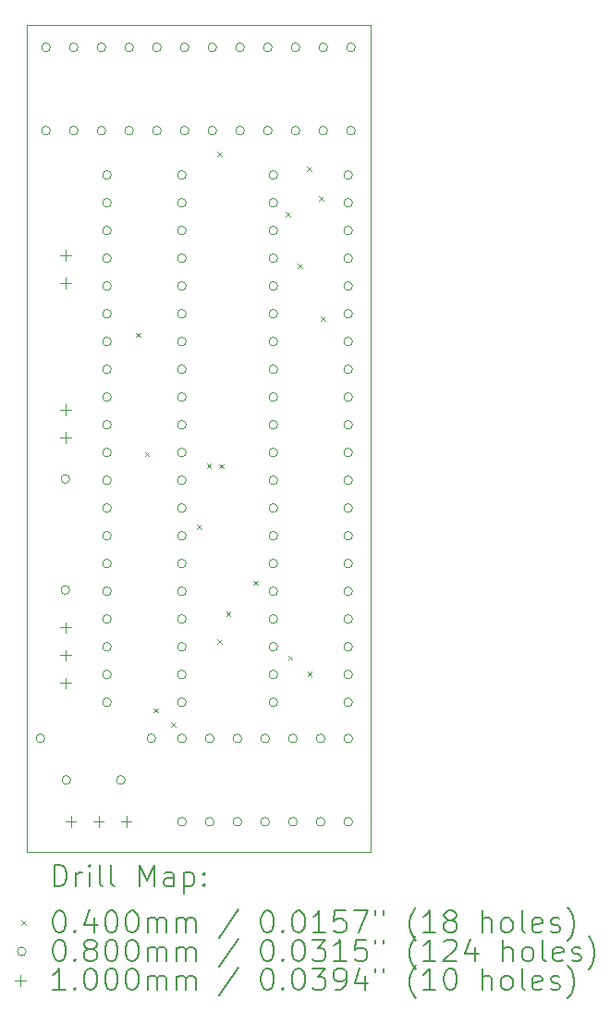
<source format=gbr>
%TF.GenerationSoftware,KiCad,Pcbnew,(6.0.11)*%
%TF.CreationDate,2024-06-07T20:39:24+02:00*%
%TF.ProjectId,z80-dot-gal,7a38302d-646f-4742-9d67-616c2e6b6963,rev?*%
%TF.SameCoordinates,Original*%
%TF.FileFunction,Drillmap*%
%TF.FilePolarity,Positive*%
%FSLAX45Y45*%
G04 Gerber Fmt 4.5, Leading zero omitted, Abs format (unit mm)*
G04 Created by KiCad (PCBNEW (6.0.11)) date 2024-06-07 20:39:24*
%MOMM*%
%LPD*%
G01*
G04 APERTURE LIST*
%ADD10C,0.100000*%
%ADD11C,0.200000*%
%ADD12C,0.040000*%
%ADD13C,0.080000*%
G04 APERTURE END LIST*
D10*
X11328400Y-13639800D02*
X14478000Y-13639800D01*
X11328400Y-6070600D02*
X14478000Y-6070600D01*
X14478000Y-13639800D02*
X14478000Y-6070600D01*
X11328400Y-6070600D02*
X11328400Y-13639800D01*
D11*
D12*
X12328610Y-8885110D02*
X12368610Y-8925110D01*
X12368610Y-8885110D02*
X12328610Y-8925110D01*
X12410680Y-9976850D02*
X12450680Y-10016850D01*
X12450680Y-9976850D02*
X12410680Y-10016850D01*
X12493020Y-12321620D02*
X12533020Y-12361620D01*
X12533020Y-12321620D02*
X12493020Y-12361620D01*
X12655340Y-12455340D02*
X12695340Y-12495340D01*
X12695340Y-12455340D02*
X12655340Y-12495340D01*
X12890900Y-10641880D02*
X12930900Y-10681880D01*
X12930900Y-10641880D02*
X12890900Y-10681880D01*
X12978160Y-10081380D02*
X13018160Y-10121380D01*
X13018160Y-10081380D02*
X12978160Y-10121380D01*
X13076890Y-7228840D02*
X13116890Y-7268840D01*
X13116890Y-7228840D02*
X13076890Y-7268840D01*
X13079090Y-11691660D02*
X13119090Y-11731660D01*
X13119090Y-11691660D02*
X13079090Y-11731660D01*
X13092920Y-10087660D02*
X13132920Y-10127660D01*
X13132920Y-10087660D02*
X13092920Y-10127660D01*
X13155400Y-11440190D02*
X13195400Y-11480190D01*
X13195400Y-11440190D02*
X13155400Y-11480190D01*
X13403190Y-11154170D02*
X13443190Y-11194170D01*
X13443190Y-11154170D02*
X13403190Y-11194170D01*
X13703980Y-7782130D02*
X13743980Y-7822130D01*
X13743980Y-7782130D02*
X13703980Y-7822130D01*
X13724040Y-11839920D02*
X13764040Y-11879920D01*
X13764040Y-11839920D02*
X13724040Y-11879920D01*
X13809830Y-8257010D02*
X13849830Y-8297010D01*
X13849830Y-8257010D02*
X13809830Y-8297010D01*
X13895170Y-7362600D02*
X13935170Y-7402600D01*
X13935170Y-7362600D02*
X13895170Y-7402600D01*
X13900510Y-11987560D02*
X13940510Y-12027560D01*
X13940510Y-11987560D02*
X13900510Y-12027560D01*
X14004690Y-7637720D02*
X14044690Y-7677720D01*
X14044690Y-7637720D02*
X14004690Y-7677720D01*
X14021510Y-8736790D02*
X14061510Y-8776790D01*
X14061510Y-8736790D02*
X14021510Y-8776790D01*
D13*
X11495400Y-12598400D02*
G75*
G03*
X11495400Y-12598400I-40000J0D01*
G01*
X11546200Y-6273800D02*
G75*
G03*
X11546200Y-6273800I-40000J0D01*
G01*
X11546200Y-7035800D02*
G75*
G03*
X11546200Y-7035800I-40000J0D01*
G01*
X11724000Y-10223500D02*
G75*
G03*
X11724000Y-10223500I-40000J0D01*
G01*
X11724000Y-11239500D02*
G75*
G03*
X11724000Y-11239500I-40000J0D01*
G01*
X11732000Y-12979400D02*
G75*
G03*
X11732000Y-12979400I-40000J0D01*
G01*
X11800200Y-6273800D02*
G75*
G03*
X11800200Y-6273800I-40000J0D01*
G01*
X11800200Y-7035800D02*
G75*
G03*
X11800200Y-7035800I-40000J0D01*
G01*
X12054200Y-6273800D02*
G75*
G03*
X12054200Y-6273800I-40000J0D01*
G01*
X12054200Y-7035800D02*
G75*
G03*
X12054200Y-7035800I-40000J0D01*
G01*
X12104500Y-7442200D02*
G75*
G03*
X12104500Y-7442200I-40000J0D01*
G01*
X12104500Y-7696200D02*
G75*
G03*
X12104500Y-7696200I-40000J0D01*
G01*
X12104500Y-7950200D02*
G75*
G03*
X12104500Y-7950200I-40000J0D01*
G01*
X12104500Y-8204200D02*
G75*
G03*
X12104500Y-8204200I-40000J0D01*
G01*
X12104500Y-8458200D02*
G75*
G03*
X12104500Y-8458200I-40000J0D01*
G01*
X12104500Y-8712200D02*
G75*
G03*
X12104500Y-8712200I-40000J0D01*
G01*
X12104500Y-8966200D02*
G75*
G03*
X12104500Y-8966200I-40000J0D01*
G01*
X12104500Y-9220200D02*
G75*
G03*
X12104500Y-9220200I-40000J0D01*
G01*
X12104500Y-9474200D02*
G75*
G03*
X12104500Y-9474200I-40000J0D01*
G01*
X12104500Y-9728200D02*
G75*
G03*
X12104500Y-9728200I-40000J0D01*
G01*
X12104500Y-9982200D02*
G75*
G03*
X12104500Y-9982200I-40000J0D01*
G01*
X12104500Y-10236200D02*
G75*
G03*
X12104500Y-10236200I-40000J0D01*
G01*
X12104500Y-10490200D02*
G75*
G03*
X12104500Y-10490200I-40000J0D01*
G01*
X12104500Y-10744200D02*
G75*
G03*
X12104500Y-10744200I-40000J0D01*
G01*
X12104500Y-10998200D02*
G75*
G03*
X12104500Y-10998200I-40000J0D01*
G01*
X12104500Y-11252200D02*
G75*
G03*
X12104500Y-11252200I-40000J0D01*
G01*
X12104500Y-11506200D02*
G75*
G03*
X12104500Y-11506200I-40000J0D01*
G01*
X12104500Y-11760200D02*
G75*
G03*
X12104500Y-11760200I-40000J0D01*
G01*
X12104500Y-12014200D02*
G75*
G03*
X12104500Y-12014200I-40000J0D01*
G01*
X12104500Y-12268200D02*
G75*
G03*
X12104500Y-12268200I-40000J0D01*
G01*
X12232000Y-12979400D02*
G75*
G03*
X12232000Y-12979400I-40000J0D01*
G01*
X12308200Y-6273800D02*
G75*
G03*
X12308200Y-6273800I-40000J0D01*
G01*
X12308200Y-7035800D02*
G75*
G03*
X12308200Y-7035800I-40000J0D01*
G01*
X12511400Y-12598400D02*
G75*
G03*
X12511400Y-12598400I-40000J0D01*
G01*
X12562200Y-6273800D02*
G75*
G03*
X12562200Y-6273800I-40000J0D01*
G01*
X12562200Y-7035800D02*
G75*
G03*
X12562200Y-7035800I-40000J0D01*
G01*
X12790800Y-7442200D02*
G75*
G03*
X12790800Y-7442200I-40000J0D01*
G01*
X12790800Y-7696200D02*
G75*
G03*
X12790800Y-7696200I-40000J0D01*
G01*
X12790800Y-7950200D02*
G75*
G03*
X12790800Y-7950200I-40000J0D01*
G01*
X12790800Y-8204200D02*
G75*
G03*
X12790800Y-8204200I-40000J0D01*
G01*
X12790800Y-8458200D02*
G75*
G03*
X12790800Y-8458200I-40000J0D01*
G01*
X12790800Y-8712200D02*
G75*
G03*
X12790800Y-8712200I-40000J0D01*
G01*
X12790800Y-8966200D02*
G75*
G03*
X12790800Y-8966200I-40000J0D01*
G01*
X12790800Y-9220200D02*
G75*
G03*
X12790800Y-9220200I-40000J0D01*
G01*
X12790800Y-9474200D02*
G75*
G03*
X12790800Y-9474200I-40000J0D01*
G01*
X12790800Y-9728200D02*
G75*
G03*
X12790800Y-9728200I-40000J0D01*
G01*
X12790800Y-9982200D02*
G75*
G03*
X12790800Y-9982200I-40000J0D01*
G01*
X12790800Y-10236200D02*
G75*
G03*
X12790800Y-10236200I-40000J0D01*
G01*
X12790800Y-10490200D02*
G75*
G03*
X12790800Y-10490200I-40000J0D01*
G01*
X12790800Y-10744200D02*
G75*
G03*
X12790800Y-10744200I-40000J0D01*
G01*
X12790800Y-10998200D02*
G75*
G03*
X12790800Y-10998200I-40000J0D01*
G01*
X12790800Y-11252200D02*
G75*
G03*
X12790800Y-11252200I-40000J0D01*
G01*
X12790800Y-11506200D02*
G75*
G03*
X12790800Y-11506200I-40000J0D01*
G01*
X12790800Y-11760200D02*
G75*
G03*
X12790800Y-11760200I-40000J0D01*
G01*
X12790800Y-12014200D02*
G75*
G03*
X12790800Y-12014200I-40000J0D01*
G01*
X12790800Y-12268200D02*
G75*
G03*
X12790800Y-12268200I-40000J0D01*
G01*
X12791300Y-12599400D02*
G75*
G03*
X12791300Y-12599400I-40000J0D01*
G01*
X12791300Y-13361400D02*
G75*
G03*
X12791300Y-13361400I-40000J0D01*
G01*
X12816200Y-6273800D02*
G75*
G03*
X12816200Y-6273800I-40000J0D01*
G01*
X12816200Y-7035800D02*
G75*
G03*
X12816200Y-7035800I-40000J0D01*
G01*
X13045300Y-12599400D02*
G75*
G03*
X13045300Y-12599400I-40000J0D01*
G01*
X13045300Y-13361400D02*
G75*
G03*
X13045300Y-13361400I-40000J0D01*
G01*
X13070200Y-6273800D02*
G75*
G03*
X13070200Y-6273800I-40000J0D01*
G01*
X13070200Y-7035800D02*
G75*
G03*
X13070200Y-7035800I-40000J0D01*
G01*
X13299300Y-12599400D02*
G75*
G03*
X13299300Y-12599400I-40000J0D01*
G01*
X13299300Y-13361400D02*
G75*
G03*
X13299300Y-13361400I-40000J0D01*
G01*
X13324200Y-6273800D02*
G75*
G03*
X13324200Y-6273800I-40000J0D01*
G01*
X13324200Y-7035800D02*
G75*
G03*
X13324200Y-7035800I-40000J0D01*
G01*
X13553300Y-12599400D02*
G75*
G03*
X13553300Y-12599400I-40000J0D01*
G01*
X13553300Y-13361400D02*
G75*
G03*
X13553300Y-13361400I-40000J0D01*
G01*
X13578200Y-6273800D02*
G75*
G03*
X13578200Y-6273800I-40000J0D01*
G01*
X13578200Y-7035800D02*
G75*
G03*
X13578200Y-7035800I-40000J0D01*
G01*
X13628500Y-7442200D02*
G75*
G03*
X13628500Y-7442200I-40000J0D01*
G01*
X13628500Y-7696200D02*
G75*
G03*
X13628500Y-7696200I-40000J0D01*
G01*
X13628500Y-7950200D02*
G75*
G03*
X13628500Y-7950200I-40000J0D01*
G01*
X13628500Y-8204200D02*
G75*
G03*
X13628500Y-8204200I-40000J0D01*
G01*
X13628500Y-8458200D02*
G75*
G03*
X13628500Y-8458200I-40000J0D01*
G01*
X13628500Y-8712200D02*
G75*
G03*
X13628500Y-8712200I-40000J0D01*
G01*
X13628500Y-8966200D02*
G75*
G03*
X13628500Y-8966200I-40000J0D01*
G01*
X13628500Y-9220200D02*
G75*
G03*
X13628500Y-9220200I-40000J0D01*
G01*
X13628500Y-9474200D02*
G75*
G03*
X13628500Y-9474200I-40000J0D01*
G01*
X13628500Y-9728200D02*
G75*
G03*
X13628500Y-9728200I-40000J0D01*
G01*
X13628500Y-9982200D02*
G75*
G03*
X13628500Y-9982200I-40000J0D01*
G01*
X13628500Y-10236200D02*
G75*
G03*
X13628500Y-10236200I-40000J0D01*
G01*
X13628500Y-10490200D02*
G75*
G03*
X13628500Y-10490200I-40000J0D01*
G01*
X13628500Y-10744200D02*
G75*
G03*
X13628500Y-10744200I-40000J0D01*
G01*
X13628500Y-10998200D02*
G75*
G03*
X13628500Y-10998200I-40000J0D01*
G01*
X13628500Y-11252200D02*
G75*
G03*
X13628500Y-11252200I-40000J0D01*
G01*
X13628500Y-11506200D02*
G75*
G03*
X13628500Y-11506200I-40000J0D01*
G01*
X13628500Y-11760200D02*
G75*
G03*
X13628500Y-11760200I-40000J0D01*
G01*
X13628500Y-12014200D02*
G75*
G03*
X13628500Y-12014200I-40000J0D01*
G01*
X13628500Y-12268200D02*
G75*
G03*
X13628500Y-12268200I-40000J0D01*
G01*
X13807300Y-12599400D02*
G75*
G03*
X13807300Y-12599400I-40000J0D01*
G01*
X13807300Y-13361400D02*
G75*
G03*
X13807300Y-13361400I-40000J0D01*
G01*
X13832200Y-6273800D02*
G75*
G03*
X13832200Y-6273800I-40000J0D01*
G01*
X13832200Y-7035800D02*
G75*
G03*
X13832200Y-7035800I-40000J0D01*
G01*
X14061300Y-12599400D02*
G75*
G03*
X14061300Y-12599400I-40000J0D01*
G01*
X14061300Y-13361400D02*
G75*
G03*
X14061300Y-13361400I-40000J0D01*
G01*
X14086200Y-6273800D02*
G75*
G03*
X14086200Y-6273800I-40000J0D01*
G01*
X14086200Y-7035800D02*
G75*
G03*
X14086200Y-7035800I-40000J0D01*
G01*
X14314800Y-7442200D02*
G75*
G03*
X14314800Y-7442200I-40000J0D01*
G01*
X14314800Y-7696200D02*
G75*
G03*
X14314800Y-7696200I-40000J0D01*
G01*
X14314800Y-7950200D02*
G75*
G03*
X14314800Y-7950200I-40000J0D01*
G01*
X14314800Y-8204200D02*
G75*
G03*
X14314800Y-8204200I-40000J0D01*
G01*
X14314800Y-8458200D02*
G75*
G03*
X14314800Y-8458200I-40000J0D01*
G01*
X14314800Y-8712200D02*
G75*
G03*
X14314800Y-8712200I-40000J0D01*
G01*
X14314800Y-8966200D02*
G75*
G03*
X14314800Y-8966200I-40000J0D01*
G01*
X14314800Y-9220200D02*
G75*
G03*
X14314800Y-9220200I-40000J0D01*
G01*
X14314800Y-9474200D02*
G75*
G03*
X14314800Y-9474200I-40000J0D01*
G01*
X14314800Y-9728200D02*
G75*
G03*
X14314800Y-9728200I-40000J0D01*
G01*
X14314800Y-9982200D02*
G75*
G03*
X14314800Y-9982200I-40000J0D01*
G01*
X14314800Y-10236200D02*
G75*
G03*
X14314800Y-10236200I-40000J0D01*
G01*
X14314800Y-10490200D02*
G75*
G03*
X14314800Y-10490200I-40000J0D01*
G01*
X14314800Y-10744200D02*
G75*
G03*
X14314800Y-10744200I-40000J0D01*
G01*
X14314800Y-10998200D02*
G75*
G03*
X14314800Y-10998200I-40000J0D01*
G01*
X14314800Y-11252200D02*
G75*
G03*
X14314800Y-11252200I-40000J0D01*
G01*
X14314800Y-11506200D02*
G75*
G03*
X14314800Y-11506200I-40000J0D01*
G01*
X14314800Y-11760200D02*
G75*
G03*
X14314800Y-11760200I-40000J0D01*
G01*
X14314800Y-12014200D02*
G75*
G03*
X14314800Y-12014200I-40000J0D01*
G01*
X14314800Y-12268200D02*
G75*
G03*
X14314800Y-12268200I-40000J0D01*
G01*
X14315300Y-12599400D02*
G75*
G03*
X14315300Y-12599400I-40000J0D01*
G01*
X14315300Y-13361400D02*
G75*
G03*
X14315300Y-13361400I-40000J0D01*
G01*
X14340200Y-6273800D02*
G75*
G03*
X14340200Y-6273800I-40000J0D01*
G01*
X14340200Y-7035800D02*
G75*
G03*
X14340200Y-7035800I-40000J0D01*
G01*
D10*
X11684000Y-8128800D02*
X11684000Y-8228800D01*
X11634000Y-8178800D02*
X11734000Y-8178800D01*
X11684000Y-8382800D02*
X11684000Y-8482800D01*
X11634000Y-8432800D02*
X11734000Y-8432800D01*
X11684000Y-9538500D02*
X11684000Y-9638500D01*
X11634000Y-9588500D02*
X11734000Y-9588500D01*
X11684000Y-9792500D02*
X11684000Y-9892500D01*
X11634000Y-9842500D02*
X11734000Y-9842500D01*
X11684000Y-11533900D02*
X11684000Y-11633900D01*
X11634000Y-11583900D02*
X11734000Y-11583900D01*
X11684000Y-11787900D02*
X11684000Y-11887900D01*
X11634000Y-11837900D02*
X11734000Y-11837900D01*
X11684000Y-12041900D02*
X11684000Y-12141900D01*
X11634000Y-12091900D02*
X11734000Y-12091900D01*
X11733300Y-13310400D02*
X11733300Y-13410400D01*
X11683300Y-13360400D02*
X11783300Y-13360400D01*
X11987300Y-13310400D02*
X11987300Y-13410400D01*
X11937300Y-13360400D02*
X12037300Y-13360400D01*
X12241300Y-13310400D02*
X12241300Y-13410400D01*
X12191300Y-13360400D02*
X12291300Y-13360400D01*
D11*
X11581019Y-13955276D02*
X11581019Y-13755276D01*
X11628638Y-13755276D01*
X11657209Y-13764800D01*
X11676257Y-13783848D01*
X11685781Y-13802895D01*
X11695305Y-13840990D01*
X11695305Y-13869562D01*
X11685781Y-13907657D01*
X11676257Y-13926705D01*
X11657209Y-13945752D01*
X11628638Y-13955276D01*
X11581019Y-13955276D01*
X11781019Y-13955276D02*
X11781019Y-13821943D01*
X11781019Y-13860038D02*
X11790543Y-13840990D01*
X11800067Y-13831467D01*
X11819114Y-13821943D01*
X11838162Y-13821943D01*
X11904828Y-13955276D02*
X11904828Y-13821943D01*
X11904828Y-13755276D02*
X11895305Y-13764800D01*
X11904828Y-13774324D01*
X11914352Y-13764800D01*
X11904828Y-13755276D01*
X11904828Y-13774324D01*
X12028638Y-13955276D02*
X12009590Y-13945752D01*
X12000067Y-13926705D01*
X12000067Y-13755276D01*
X12133400Y-13955276D02*
X12114352Y-13945752D01*
X12104828Y-13926705D01*
X12104828Y-13755276D01*
X12361971Y-13955276D02*
X12361971Y-13755276D01*
X12428638Y-13898133D01*
X12495305Y-13755276D01*
X12495305Y-13955276D01*
X12676257Y-13955276D02*
X12676257Y-13850514D01*
X12666733Y-13831467D01*
X12647686Y-13821943D01*
X12609590Y-13821943D01*
X12590543Y-13831467D01*
X12676257Y-13945752D02*
X12657209Y-13955276D01*
X12609590Y-13955276D01*
X12590543Y-13945752D01*
X12581019Y-13926705D01*
X12581019Y-13907657D01*
X12590543Y-13888609D01*
X12609590Y-13879086D01*
X12657209Y-13879086D01*
X12676257Y-13869562D01*
X12771495Y-13821943D02*
X12771495Y-14021943D01*
X12771495Y-13831467D02*
X12790543Y-13821943D01*
X12828638Y-13821943D01*
X12847686Y-13831467D01*
X12857209Y-13840990D01*
X12866733Y-13860038D01*
X12866733Y-13917181D01*
X12857209Y-13936228D01*
X12847686Y-13945752D01*
X12828638Y-13955276D01*
X12790543Y-13955276D01*
X12771495Y-13945752D01*
X12952448Y-13936228D02*
X12961971Y-13945752D01*
X12952448Y-13955276D01*
X12942924Y-13945752D01*
X12952448Y-13936228D01*
X12952448Y-13955276D01*
X12952448Y-13831467D02*
X12961971Y-13840990D01*
X12952448Y-13850514D01*
X12942924Y-13840990D01*
X12952448Y-13831467D01*
X12952448Y-13850514D01*
D12*
X11283400Y-14264800D02*
X11323400Y-14304800D01*
X11323400Y-14264800D02*
X11283400Y-14304800D01*
D11*
X11619114Y-14175276D02*
X11638162Y-14175276D01*
X11657209Y-14184800D01*
X11666733Y-14194324D01*
X11676257Y-14213371D01*
X11685781Y-14251467D01*
X11685781Y-14299086D01*
X11676257Y-14337181D01*
X11666733Y-14356228D01*
X11657209Y-14365752D01*
X11638162Y-14375276D01*
X11619114Y-14375276D01*
X11600067Y-14365752D01*
X11590543Y-14356228D01*
X11581019Y-14337181D01*
X11571495Y-14299086D01*
X11571495Y-14251467D01*
X11581019Y-14213371D01*
X11590543Y-14194324D01*
X11600067Y-14184800D01*
X11619114Y-14175276D01*
X11771495Y-14356228D02*
X11781019Y-14365752D01*
X11771495Y-14375276D01*
X11761971Y-14365752D01*
X11771495Y-14356228D01*
X11771495Y-14375276D01*
X11952448Y-14241943D02*
X11952448Y-14375276D01*
X11904828Y-14165752D02*
X11857209Y-14308609D01*
X11981019Y-14308609D01*
X12095305Y-14175276D02*
X12114352Y-14175276D01*
X12133400Y-14184800D01*
X12142924Y-14194324D01*
X12152448Y-14213371D01*
X12161971Y-14251467D01*
X12161971Y-14299086D01*
X12152448Y-14337181D01*
X12142924Y-14356228D01*
X12133400Y-14365752D01*
X12114352Y-14375276D01*
X12095305Y-14375276D01*
X12076257Y-14365752D01*
X12066733Y-14356228D01*
X12057209Y-14337181D01*
X12047686Y-14299086D01*
X12047686Y-14251467D01*
X12057209Y-14213371D01*
X12066733Y-14194324D01*
X12076257Y-14184800D01*
X12095305Y-14175276D01*
X12285781Y-14175276D02*
X12304828Y-14175276D01*
X12323876Y-14184800D01*
X12333400Y-14194324D01*
X12342924Y-14213371D01*
X12352448Y-14251467D01*
X12352448Y-14299086D01*
X12342924Y-14337181D01*
X12333400Y-14356228D01*
X12323876Y-14365752D01*
X12304828Y-14375276D01*
X12285781Y-14375276D01*
X12266733Y-14365752D01*
X12257209Y-14356228D01*
X12247686Y-14337181D01*
X12238162Y-14299086D01*
X12238162Y-14251467D01*
X12247686Y-14213371D01*
X12257209Y-14194324D01*
X12266733Y-14184800D01*
X12285781Y-14175276D01*
X12438162Y-14375276D02*
X12438162Y-14241943D01*
X12438162Y-14260990D02*
X12447686Y-14251467D01*
X12466733Y-14241943D01*
X12495305Y-14241943D01*
X12514352Y-14251467D01*
X12523876Y-14270514D01*
X12523876Y-14375276D01*
X12523876Y-14270514D02*
X12533400Y-14251467D01*
X12552448Y-14241943D01*
X12581019Y-14241943D01*
X12600067Y-14251467D01*
X12609590Y-14270514D01*
X12609590Y-14375276D01*
X12704828Y-14375276D02*
X12704828Y-14241943D01*
X12704828Y-14260990D02*
X12714352Y-14251467D01*
X12733400Y-14241943D01*
X12761971Y-14241943D01*
X12781019Y-14251467D01*
X12790543Y-14270514D01*
X12790543Y-14375276D01*
X12790543Y-14270514D02*
X12800067Y-14251467D01*
X12819114Y-14241943D01*
X12847686Y-14241943D01*
X12866733Y-14251467D01*
X12876257Y-14270514D01*
X12876257Y-14375276D01*
X13266733Y-14165752D02*
X13095305Y-14422895D01*
X13523876Y-14175276D02*
X13542924Y-14175276D01*
X13561971Y-14184800D01*
X13571495Y-14194324D01*
X13581019Y-14213371D01*
X13590543Y-14251467D01*
X13590543Y-14299086D01*
X13581019Y-14337181D01*
X13571495Y-14356228D01*
X13561971Y-14365752D01*
X13542924Y-14375276D01*
X13523876Y-14375276D01*
X13504828Y-14365752D01*
X13495305Y-14356228D01*
X13485781Y-14337181D01*
X13476257Y-14299086D01*
X13476257Y-14251467D01*
X13485781Y-14213371D01*
X13495305Y-14194324D01*
X13504828Y-14184800D01*
X13523876Y-14175276D01*
X13676257Y-14356228D02*
X13685781Y-14365752D01*
X13676257Y-14375276D01*
X13666733Y-14365752D01*
X13676257Y-14356228D01*
X13676257Y-14375276D01*
X13809590Y-14175276D02*
X13828638Y-14175276D01*
X13847686Y-14184800D01*
X13857209Y-14194324D01*
X13866733Y-14213371D01*
X13876257Y-14251467D01*
X13876257Y-14299086D01*
X13866733Y-14337181D01*
X13857209Y-14356228D01*
X13847686Y-14365752D01*
X13828638Y-14375276D01*
X13809590Y-14375276D01*
X13790543Y-14365752D01*
X13781019Y-14356228D01*
X13771495Y-14337181D01*
X13761971Y-14299086D01*
X13761971Y-14251467D01*
X13771495Y-14213371D01*
X13781019Y-14194324D01*
X13790543Y-14184800D01*
X13809590Y-14175276D01*
X14066733Y-14375276D02*
X13952448Y-14375276D01*
X14009590Y-14375276D02*
X14009590Y-14175276D01*
X13990543Y-14203848D01*
X13971495Y-14222895D01*
X13952448Y-14232419D01*
X14247686Y-14175276D02*
X14152448Y-14175276D01*
X14142924Y-14270514D01*
X14152448Y-14260990D01*
X14171495Y-14251467D01*
X14219114Y-14251467D01*
X14238162Y-14260990D01*
X14247686Y-14270514D01*
X14257209Y-14289562D01*
X14257209Y-14337181D01*
X14247686Y-14356228D01*
X14238162Y-14365752D01*
X14219114Y-14375276D01*
X14171495Y-14375276D01*
X14152448Y-14365752D01*
X14142924Y-14356228D01*
X14323876Y-14175276D02*
X14457209Y-14175276D01*
X14371495Y-14375276D01*
X14523876Y-14175276D02*
X14523876Y-14213371D01*
X14600067Y-14175276D02*
X14600067Y-14213371D01*
X14895305Y-14451467D02*
X14885781Y-14441943D01*
X14866733Y-14413371D01*
X14857209Y-14394324D01*
X14847686Y-14365752D01*
X14838162Y-14318133D01*
X14838162Y-14280038D01*
X14847686Y-14232419D01*
X14857209Y-14203848D01*
X14866733Y-14184800D01*
X14885781Y-14156228D01*
X14895305Y-14146705D01*
X15076257Y-14375276D02*
X14961971Y-14375276D01*
X15019114Y-14375276D02*
X15019114Y-14175276D01*
X15000067Y-14203848D01*
X14981019Y-14222895D01*
X14961971Y-14232419D01*
X15190543Y-14260990D02*
X15171495Y-14251467D01*
X15161971Y-14241943D01*
X15152448Y-14222895D01*
X15152448Y-14213371D01*
X15161971Y-14194324D01*
X15171495Y-14184800D01*
X15190543Y-14175276D01*
X15228638Y-14175276D01*
X15247686Y-14184800D01*
X15257209Y-14194324D01*
X15266733Y-14213371D01*
X15266733Y-14222895D01*
X15257209Y-14241943D01*
X15247686Y-14251467D01*
X15228638Y-14260990D01*
X15190543Y-14260990D01*
X15171495Y-14270514D01*
X15161971Y-14280038D01*
X15152448Y-14299086D01*
X15152448Y-14337181D01*
X15161971Y-14356228D01*
X15171495Y-14365752D01*
X15190543Y-14375276D01*
X15228638Y-14375276D01*
X15247686Y-14365752D01*
X15257209Y-14356228D01*
X15266733Y-14337181D01*
X15266733Y-14299086D01*
X15257209Y-14280038D01*
X15247686Y-14270514D01*
X15228638Y-14260990D01*
X15504828Y-14375276D02*
X15504828Y-14175276D01*
X15590543Y-14375276D02*
X15590543Y-14270514D01*
X15581019Y-14251467D01*
X15561971Y-14241943D01*
X15533400Y-14241943D01*
X15514352Y-14251467D01*
X15504828Y-14260990D01*
X15714352Y-14375276D02*
X15695305Y-14365752D01*
X15685781Y-14356228D01*
X15676257Y-14337181D01*
X15676257Y-14280038D01*
X15685781Y-14260990D01*
X15695305Y-14251467D01*
X15714352Y-14241943D01*
X15742924Y-14241943D01*
X15761971Y-14251467D01*
X15771495Y-14260990D01*
X15781019Y-14280038D01*
X15781019Y-14337181D01*
X15771495Y-14356228D01*
X15761971Y-14365752D01*
X15742924Y-14375276D01*
X15714352Y-14375276D01*
X15895305Y-14375276D02*
X15876257Y-14365752D01*
X15866733Y-14346705D01*
X15866733Y-14175276D01*
X16047686Y-14365752D02*
X16028638Y-14375276D01*
X15990543Y-14375276D01*
X15971495Y-14365752D01*
X15961971Y-14346705D01*
X15961971Y-14270514D01*
X15971495Y-14251467D01*
X15990543Y-14241943D01*
X16028638Y-14241943D01*
X16047686Y-14251467D01*
X16057209Y-14270514D01*
X16057209Y-14289562D01*
X15961971Y-14308609D01*
X16133400Y-14365752D02*
X16152448Y-14375276D01*
X16190543Y-14375276D01*
X16209590Y-14365752D01*
X16219114Y-14346705D01*
X16219114Y-14337181D01*
X16209590Y-14318133D01*
X16190543Y-14308609D01*
X16161971Y-14308609D01*
X16142924Y-14299086D01*
X16133400Y-14280038D01*
X16133400Y-14270514D01*
X16142924Y-14251467D01*
X16161971Y-14241943D01*
X16190543Y-14241943D01*
X16209590Y-14251467D01*
X16285781Y-14451467D02*
X16295305Y-14441943D01*
X16314352Y-14413371D01*
X16323876Y-14394324D01*
X16333400Y-14365752D01*
X16342924Y-14318133D01*
X16342924Y-14280038D01*
X16333400Y-14232419D01*
X16323876Y-14203848D01*
X16314352Y-14184800D01*
X16295305Y-14156228D01*
X16285781Y-14146705D01*
D13*
X11323400Y-14548800D02*
G75*
G03*
X11323400Y-14548800I-40000J0D01*
G01*
D11*
X11619114Y-14439276D02*
X11638162Y-14439276D01*
X11657209Y-14448800D01*
X11666733Y-14458324D01*
X11676257Y-14477371D01*
X11685781Y-14515467D01*
X11685781Y-14563086D01*
X11676257Y-14601181D01*
X11666733Y-14620228D01*
X11657209Y-14629752D01*
X11638162Y-14639276D01*
X11619114Y-14639276D01*
X11600067Y-14629752D01*
X11590543Y-14620228D01*
X11581019Y-14601181D01*
X11571495Y-14563086D01*
X11571495Y-14515467D01*
X11581019Y-14477371D01*
X11590543Y-14458324D01*
X11600067Y-14448800D01*
X11619114Y-14439276D01*
X11771495Y-14620228D02*
X11781019Y-14629752D01*
X11771495Y-14639276D01*
X11761971Y-14629752D01*
X11771495Y-14620228D01*
X11771495Y-14639276D01*
X11895305Y-14524990D02*
X11876257Y-14515467D01*
X11866733Y-14505943D01*
X11857209Y-14486895D01*
X11857209Y-14477371D01*
X11866733Y-14458324D01*
X11876257Y-14448800D01*
X11895305Y-14439276D01*
X11933400Y-14439276D01*
X11952448Y-14448800D01*
X11961971Y-14458324D01*
X11971495Y-14477371D01*
X11971495Y-14486895D01*
X11961971Y-14505943D01*
X11952448Y-14515467D01*
X11933400Y-14524990D01*
X11895305Y-14524990D01*
X11876257Y-14534514D01*
X11866733Y-14544038D01*
X11857209Y-14563086D01*
X11857209Y-14601181D01*
X11866733Y-14620228D01*
X11876257Y-14629752D01*
X11895305Y-14639276D01*
X11933400Y-14639276D01*
X11952448Y-14629752D01*
X11961971Y-14620228D01*
X11971495Y-14601181D01*
X11971495Y-14563086D01*
X11961971Y-14544038D01*
X11952448Y-14534514D01*
X11933400Y-14524990D01*
X12095305Y-14439276D02*
X12114352Y-14439276D01*
X12133400Y-14448800D01*
X12142924Y-14458324D01*
X12152448Y-14477371D01*
X12161971Y-14515467D01*
X12161971Y-14563086D01*
X12152448Y-14601181D01*
X12142924Y-14620228D01*
X12133400Y-14629752D01*
X12114352Y-14639276D01*
X12095305Y-14639276D01*
X12076257Y-14629752D01*
X12066733Y-14620228D01*
X12057209Y-14601181D01*
X12047686Y-14563086D01*
X12047686Y-14515467D01*
X12057209Y-14477371D01*
X12066733Y-14458324D01*
X12076257Y-14448800D01*
X12095305Y-14439276D01*
X12285781Y-14439276D02*
X12304828Y-14439276D01*
X12323876Y-14448800D01*
X12333400Y-14458324D01*
X12342924Y-14477371D01*
X12352448Y-14515467D01*
X12352448Y-14563086D01*
X12342924Y-14601181D01*
X12333400Y-14620228D01*
X12323876Y-14629752D01*
X12304828Y-14639276D01*
X12285781Y-14639276D01*
X12266733Y-14629752D01*
X12257209Y-14620228D01*
X12247686Y-14601181D01*
X12238162Y-14563086D01*
X12238162Y-14515467D01*
X12247686Y-14477371D01*
X12257209Y-14458324D01*
X12266733Y-14448800D01*
X12285781Y-14439276D01*
X12438162Y-14639276D02*
X12438162Y-14505943D01*
X12438162Y-14524990D02*
X12447686Y-14515467D01*
X12466733Y-14505943D01*
X12495305Y-14505943D01*
X12514352Y-14515467D01*
X12523876Y-14534514D01*
X12523876Y-14639276D01*
X12523876Y-14534514D02*
X12533400Y-14515467D01*
X12552448Y-14505943D01*
X12581019Y-14505943D01*
X12600067Y-14515467D01*
X12609590Y-14534514D01*
X12609590Y-14639276D01*
X12704828Y-14639276D02*
X12704828Y-14505943D01*
X12704828Y-14524990D02*
X12714352Y-14515467D01*
X12733400Y-14505943D01*
X12761971Y-14505943D01*
X12781019Y-14515467D01*
X12790543Y-14534514D01*
X12790543Y-14639276D01*
X12790543Y-14534514D02*
X12800067Y-14515467D01*
X12819114Y-14505943D01*
X12847686Y-14505943D01*
X12866733Y-14515467D01*
X12876257Y-14534514D01*
X12876257Y-14639276D01*
X13266733Y-14429752D02*
X13095305Y-14686895D01*
X13523876Y-14439276D02*
X13542924Y-14439276D01*
X13561971Y-14448800D01*
X13571495Y-14458324D01*
X13581019Y-14477371D01*
X13590543Y-14515467D01*
X13590543Y-14563086D01*
X13581019Y-14601181D01*
X13571495Y-14620228D01*
X13561971Y-14629752D01*
X13542924Y-14639276D01*
X13523876Y-14639276D01*
X13504828Y-14629752D01*
X13495305Y-14620228D01*
X13485781Y-14601181D01*
X13476257Y-14563086D01*
X13476257Y-14515467D01*
X13485781Y-14477371D01*
X13495305Y-14458324D01*
X13504828Y-14448800D01*
X13523876Y-14439276D01*
X13676257Y-14620228D02*
X13685781Y-14629752D01*
X13676257Y-14639276D01*
X13666733Y-14629752D01*
X13676257Y-14620228D01*
X13676257Y-14639276D01*
X13809590Y-14439276D02*
X13828638Y-14439276D01*
X13847686Y-14448800D01*
X13857209Y-14458324D01*
X13866733Y-14477371D01*
X13876257Y-14515467D01*
X13876257Y-14563086D01*
X13866733Y-14601181D01*
X13857209Y-14620228D01*
X13847686Y-14629752D01*
X13828638Y-14639276D01*
X13809590Y-14639276D01*
X13790543Y-14629752D01*
X13781019Y-14620228D01*
X13771495Y-14601181D01*
X13761971Y-14563086D01*
X13761971Y-14515467D01*
X13771495Y-14477371D01*
X13781019Y-14458324D01*
X13790543Y-14448800D01*
X13809590Y-14439276D01*
X13942924Y-14439276D02*
X14066733Y-14439276D01*
X14000067Y-14515467D01*
X14028638Y-14515467D01*
X14047686Y-14524990D01*
X14057209Y-14534514D01*
X14066733Y-14553562D01*
X14066733Y-14601181D01*
X14057209Y-14620228D01*
X14047686Y-14629752D01*
X14028638Y-14639276D01*
X13971495Y-14639276D01*
X13952448Y-14629752D01*
X13942924Y-14620228D01*
X14257209Y-14639276D02*
X14142924Y-14639276D01*
X14200067Y-14639276D02*
X14200067Y-14439276D01*
X14181019Y-14467848D01*
X14161971Y-14486895D01*
X14142924Y-14496419D01*
X14438162Y-14439276D02*
X14342924Y-14439276D01*
X14333400Y-14534514D01*
X14342924Y-14524990D01*
X14361971Y-14515467D01*
X14409590Y-14515467D01*
X14428638Y-14524990D01*
X14438162Y-14534514D01*
X14447686Y-14553562D01*
X14447686Y-14601181D01*
X14438162Y-14620228D01*
X14428638Y-14629752D01*
X14409590Y-14639276D01*
X14361971Y-14639276D01*
X14342924Y-14629752D01*
X14333400Y-14620228D01*
X14523876Y-14439276D02*
X14523876Y-14477371D01*
X14600067Y-14439276D02*
X14600067Y-14477371D01*
X14895305Y-14715467D02*
X14885781Y-14705943D01*
X14866733Y-14677371D01*
X14857209Y-14658324D01*
X14847686Y-14629752D01*
X14838162Y-14582133D01*
X14838162Y-14544038D01*
X14847686Y-14496419D01*
X14857209Y-14467848D01*
X14866733Y-14448800D01*
X14885781Y-14420228D01*
X14895305Y-14410705D01*
X15076257Y-14639276D02*
X14961971Y-14639276D01*
X15019114Y-14639276D02*
X15019114Y-14439276D01*
X15000067Y-14467848D01*
X14981019Y-14486895D01*
X14961971Y-14496419D01*
X15152448Y-14458324D02*
X15161971Y-14448800D01*
X15181019Y-14439276D01*
X15228638Y-14439276D01*
X15247686Y-14448800D01*
X15257209Y-14458324D01*
X15266733Y-14477371D01*
X15266733Y-14496419D01*
X15257209Y-14524990D01*
X15142924Y-14639276D01*
X15266733Y-14639276D01*
X15438162Y-14505943D02*
X15438162Y-14639276D01*
X15390543Y-14429752D02*
X15342924Y-14572609D01*
X15466733Y-14572609D01*
X15695305Y-14639276D02*
X15695305Y-14439276D01*
X15781019Y-14639276D02*
X15781019Y-14534514D01*
X15771495Y-14515467D01*
X15752448Y-14505943D01*
X15723876Y-14505943D01*
X15704828Y-14515467D01*
X15695305Y-14524990D01*
X15904828Y-14639276D02*
X15885781Y-14629752D01*
X15876257Y-14620228D01*
X15866733Y-14601181D01*
X15866733Y-14544038D01*
X15876257Y-14524990D01*
X15885781Y-14515467D01*
X15904828Y-14505943D01*
X15933400Y-14505943D01*
X15952448Y-14515467D01*
X15961971Y-14524990D01*
X15971495Y-14544038D01*
X15971495Y-14601181D01*
X15961971Y-14620228D01*
X15952448Y-14629752D01*
X15933400Y-14639276D01*
X15904828Y-14639276D01*
X16085781Y-14639276D02*
X16066733Y-14629752D01*
X16057209Y-14610705D01*
X16057209Y-14439276D01*
X16238162Y-14629752D02*
X16219114Y-14639276D01*
X16181019Y-14639276D01*
X16161971Y-14629752D01*
X16152448Y-14610705D01*
X16152448Y-14534514D01*
X16161971Y-14515467D01*
X16181019Y-14505943D01*
X16219114Y-14505943D01*
X16238162Y-14515467D01*
X16247686Y-14534514D01*
X16247686Y-14553562D01*
X16152448Y-14572609D01*
X16323876Y-14629752D02*
X16342924Y-14639276D01*
X16381019Y-14639276D01*
X16400067Y-14629752D01*
X16409590Y-14610705D01*
X16409590Y-14601181D01*
X16400067Y-14582133D01*
X16381019Y-14572609D01*
X16352448Y-14572609D01*
X16333400Y-14563086D01*
X16323876Y-14544038D01*
X16323876Y-14534514D01*
X16333400Y-14515467D01*
X16352448Y-14505943D01*
X16381019Y-14505943D01*
X16400067Y-14515467D01*
X16476257Y-14715467D02*
X16485781Y-14705943D01*
X16504828Y-14677371D01*
X16514352Y-14658324D01*
X16523876Y-14629752D01*
X16533400Y-14582133D01*
X16533400Y-14544038D01*
X16523876Y-14496419D01*
X16514352Y-14467848D01*
X16504828Y-14448800D01*
X16485781Y-14420228D01*
X16476257Y-14410705D01*
D10*
X11273400Y-14762800D02*
X11273400Y-14862800D01*
X11223400Y-14812800D02*
X11323400Y-14812800D01*
D11*
X11685781Y-14903276D02*
X11571495Y-14903276D01*
X11628638Y-14903276D02*
X11628638Y-14703276D01*
X11609590Y-14731848D01*
X11590543Y-14750895D01*
X11571495Y-14760419D01*
X11771495Y-14884228D02*
X11781019Y-14893752D01*
X11771495Y-14903276D01*
X11761971Y-14893752D01*
X11771495Y-14884228D01*
X11771495Y-14903276D01*
X11904828Y-14703276D02*
X11923876Y-14703276D01*
X11942924Y-14712800D01*
X11952448Y-14722324D01*
X11961971Y-14741371D01*
X11971495Y-14779467D01*
X11971495Y-14827086D01*
X11961971Y-14865181D01*
X11952448Y-14884228D01*
X11942924Y-14893752D01*
X11923876Y-14903276D01*
X11904828Y-14903276D01*
X11885781Y-14893752D01*
X11876257Y-14884228D01*
X11866733Y-14865181D01*
X11857209Y-14827086D01*
X11857209Y-14779467D01*
X11866733Y-14741371D01*
X11876257Y-14722324D01*
X11885781Y-14712800D01*
X11904828Y-14703276D01*
X12095305Y-14703276D02*
X12114352Y-14703276D01*
X12133400Y-14712800D01*
X12142924Y-14722324D01*
X12152448Y-14741371D01*
X12161971Y-14779467D01*
X12161971Y-14827086D01*
X12152448Y-14865181D01*
X12142924Y-14884228D01*
X12133400Y-14893752D01*
X12114352Y-14903276D01*
X12095305Y-14903276D01*
X12076257Y-14893752D01*
X12066733Y-14884228D01*
X12057209Y-14865181D01*
X12047686Y-14827086D01*
X12047686Y-14779467D01*
X12057209Y-14741371D01*
X12066733Y-14722324D01*
X12076257Y-14712800D01*
X12095305Y-14703276D01*
X12285781Y-14703276D02*
X12304828Y-14703276D01*
X12323876Y-14712800D01*
X12333400Y-14722324D01*
X12342924Y-14741371D01*
X12352448Y-14779467D01*
X12352448Y-14827086D01*
X12342924Y-14865181D01*
X12333400Y-14884228D01*
X12323876Y-14893752D01*
X12304828Y-14903276D01*
X12285781Y-14903276D01*
X12266733Y-14893752D01*
X12257209Y-14884228D01*
X12247686Y-14865181D01*
X12238162Y-14827086D01*
X12238162Y-14779467D01*
X12247686Y-14741371D01*
X12257209Y-14722324D01*
X12266733Y-14712800D01*
X12285781Y-14703276D01*
X12438162Y-14903276D02*
X12438162Y-14769943D01*
X12438162Y-14788990D02*
X12447686Y-14779467D01*
X12466733Y-14769943D01*
X12495305Y-14769943D01*
X12514352Y-14779467D01*
X12523876Y-14798514D01*
X12523876Y-14903276D01*
X12523876Y-14798514D02*
X12533400Y-14779467D01*
X12552448Y-14769943D01*
X12581019Y-14769943D01*
X12600067Y-14779467D01*
X12609590Y-14798514D01*
X12609590Y-14903276D01*
X12704828Y-14903276D02*
X12704828Y-14769943D01*
X12704828Y-14788990D02*
X12714352Y-14779467D01*
X12733400Y-14769943D01*
X12761971Y-14769943D01*
X12781019Y-14779467D01*
X12790543Y-14798514D01*
X12790543Y-14903276D01*
X12790543Y-14798514D02*
X12800067Y-14779467D01*
X12819114Y-14769943D01*
X12847686Y-14769943D01*
X12866733Y-14779467D01*
X12876257Y-14798514D01*
X12876257Y-14903276D01*
X13266733Y-14693752D02*
X13095305Y-14950895D01*
X13523876Y-14703276D02*
X13542924Y-14703276D01*
X13561971Y-14712800D01*
X13571495Y-14722324D01*
X13581019Y-14741371D01*
X13590543Y-14779467D01*
X13590543Y-14827086D01*
X13581019Y-14865181D01*
X13571495Y-14884228D01*
X13561971Y-14893752D01*
X13542924Y-14903276D01*
X13523876Y-14903276D01*
X13504828Y-14893752D01*
X13495305Y-14884228D01*
X13485781Y-14865181D01*
X13476257Y-14827086D01*
X13476257Y-14779467D01*
X13485781Y-14741371D01*
X13495305Y-14722324D01*
X13504828Y-14712800D01*
X13523876Y-14703276D01*
X13676257Y-14884228D02*
X13685781Y-14893752D01*
X13676257Y-14903276D01*
X13666733Y-14893752D01*
X13676257Y-14884228D01*
X13676257Y-14903276D01*
X13809590Y-14703276D02*
X13828638Y-14703276D01*
X13847686Y-14712800D01*
X13857209Y-14722324D01*
X13866733Y-14741371D01*
X13876257Y-14779467D01*
X13876257Y-14827086D01*
X13866733Y-14865181D01*
X13857209Y-14884228D01*
X13847686Y-14893752D01*
X13828638Y-14903276D01*
X13809590Y-14903276D01*
X13790543Y-14893752D01*
X13781019Y-14884228D01*
X13771495Y-14865181D01*
X13761971Y-14827086D01*
X13761971Y-14779467D01*
X13771495Y-14741371D01*
X13781019Y-14722324D01*
X13790543Y-14712800D01*
X13809590Y-14703276D01*
X13942924Y-14703276D02*
X14066733Y-14703276D01*
X14000067Y-14779467D01*
X14028638Y-14779467D01*
X14047686Y-14788990D01*
X14057209Y-14798514D01*
X14066733Y-14817562D01*
X14066733Y-14865181D01*
X14057209Y-14884228D01*
X14047686Y-14893752D01*
X14028638Y-14903276D01*
X13971495Y-14903276D01*
X13952448Y-14893752D01*
X13942924Y-14884228D01*
X14161971Y-14903276D02*
X14200067Y-14903276D01*
X14219114Y-14893752D01*
X14228638Y-14884228D01*
X14247686Y-14855657D01*
X14257209Y-14817562D01*
X14257209Y-14741371D01*
X14247686Y-14722324D01*
X14238162Y-14712800D01*
X14219114Y-14703276D01*
X14181019Y-14703276D01*
X14161971Y-14712800D01*
X14152448Y-14722324D01*
X14142924Y-14741371D01*
X14142924Y-14788990D01*
X14152448Y-14808038D01*
X14161971Y-14817562D01*
X14181019Y-14827086D01*
X14219114Y-14827086D01*
X14238162Y-14817562D01*
X14247686Y-14808038D01*
X14257209Y-14788990D01*
X14428638Y-14769943D02*
X14428638Y-14903276D01*
X14381019Y-14693752D02*
X14333400Y-14836609D01*
X14457209Y-14836609D01*
X14523876Y-14703276D02*
X14523876Y-14741371D01*
X14600067Y-14703276D02*
X14600067Y-14741371D01*
X14895305Y-14979467D02*
X14885781Y-14969943D01*
X14866733Y-14941371D01*
X14857209Y-14922324D01*
X14847686Y-14893752D01*
X14838162Y-14846133D01*
X14838162Y-14808038D01*
X14847686Y-14760419D01*
X14857209Y-14731848D01*
X14866733Y-14712800D01*
X14885781Y-14684228D01*
X14895305Y-14674705D01*
X15076257Y-14903276D02*
X14961971Y-14903276D01*
X15019114Y-14903276D02*
X15019114Y-14703276D01*
X15000067Y-14731848D01*
X14981019Y-14750895D01*
X14961971Y-14760419D01*
X15200067Y-14703276D02*
X15219114Y-14703276D01*
X15238162Y-14712800D01*
X15247686Y-14722324D01*
X15257209Y-14741371D01*
X15266733Y-14779467D01*
X15266733Y-14827086D01*
X15257209Y-14865181D01*
X15247686Y-14884228D01*
X15238162Y-14893752D01*
X15219114Y-14903276D01*
X15200067Y-14903276D01*
X15181019Y-14893752D01*
X15171495Y-14884228D01*
X15161971Y-14865181D01*
X15152448Y-14827086D01*
X15152448Y-14779467D01*
X15161971Y-14741371D01*
X15171495Y-14722324D01*
X15181019Y-14712800D01*
X15200067Y-14703276D01*
X15504828Y-14903276D02*
X15504828Y-14703276D01*
X15590543Y-14903276D02*
X15590543Y-14798514D01*
X15581019Y-14779467D01*
X15561971Y-14769943D01*
X15533400Y-14769943D01*
X15514352Y-14779467D01*
X15504828Y-14788990D01*
X15714352Y-14903276D02*
X15695305Y-14893752D01*
X15685781Y-14884228D01*
X15676257Y-14865181D01*
X15676257Y-14808038D01*
X15685781Y-14788990D01*
X15695305Y-14779467D01*
X15714352Y-14769943D01*
X15742924Y-14769943D01*
X15761971Y-14779467D01*
X15771495Y-14788990D01*
X15781019Y-14808038D01*
X15781019Y-14865181D01*
X15771495Y-14884228D01*
X15761971Y-14893752D01*
X15742924Y-14903276D01*
X15714352Y-14903276D01*
X15895305Y-14903276D02*
X15876257Y-14893752D01*
X15866733Y-14874705D01*
X15866733Y-14703276D01*
X16047686Y-14893752D02*
X16028638Y-14903276D01*
X15990543Y-14903276D01*
X15971495Y-14893752D01*
X15961971Y-14874705D01*
X15961971Y-14798514D01*
X15971495Y-14779467D01*
X15990543Y-14769943D01*
X16028638Y-14769943D01*
X16047686Y-14779467D01*
X16057209Y-14798514D01*
X16057209Y-14817562D01*
X15961971Y-14836609D01*
X16133400Y-14893752D02*
X16152448Y-14903276D01*
X16190543Y-14903276D01*
X16209590Y-14893752D01*
X16219114Y-14874705D01*
X16219114Y-14865181D01*
X16209590Y-14846133D01*
X16190543Y-14836609D01*
X16161971Y-14836609D01*
X16142924Y-14827086D01*
X16133400Y-14808038D01*
X16133400Y-14798514D01*
X16142924Y-14779467D01*
X16161971Y-14769943D01*
X16190543Y-14769943D01*
X16209590Y-14779467D01*
X16285781Y-14979467D02*
X16295305Y-14969943D01*
X16314352Y-14941371D01*
X16323876Y-14922324D01*
X16333400Y-14893752D01*
X16342924Y-14846133D01*
X16342924Y-14808038D01*
X16333400Y-14760419D01*
X16323876Y-14731848D01*
X16314352Y-14712800D01*
X16295305Y-14684228D01*
X16285781Y-14674705D01*
M02*

</source>
